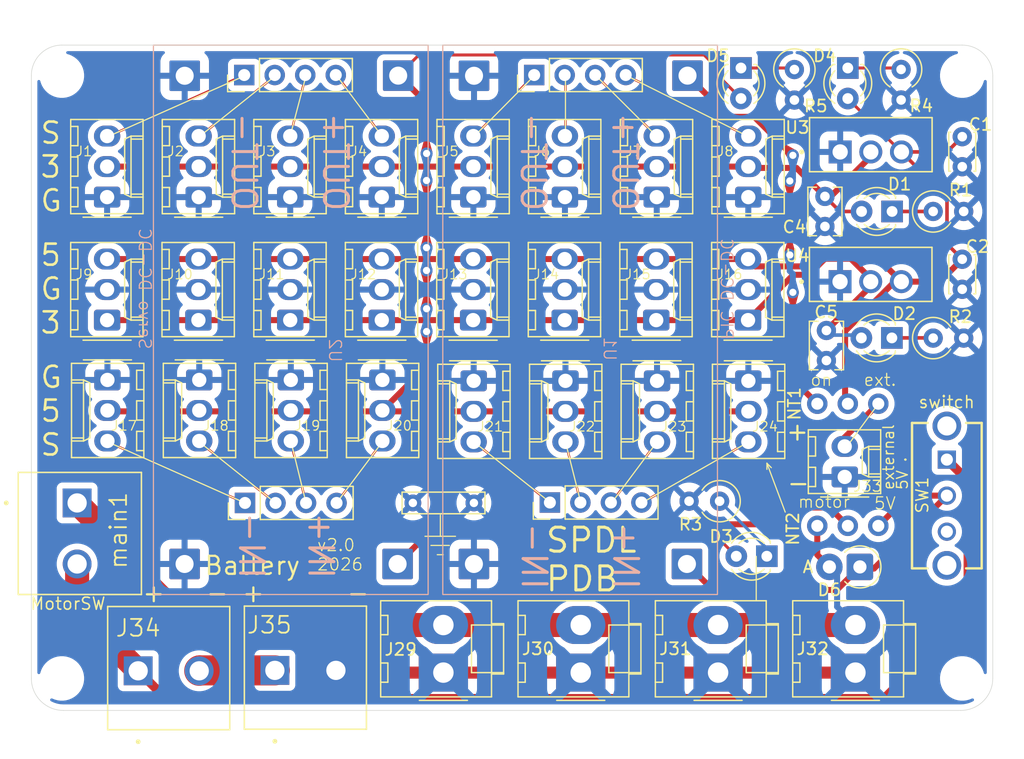
<source format=kicad_pcb>
(kicad_pcb (version 20241229) (generator "pcbnew") (generator_version "9.0")
  (title_block (rev "1.0") (company "SPDL") (comment 1 "v1.0 by Joshua Phelps 2026 joshua18@stanford.edu joshua262144@gmail.com") (comment 2 "Stanford ME218"))
  (layers (0 "F.Cu" signal) (2 "B.Cu" signal) (13 "F.Paste" user) (15 "B.Paste" user) (5 "F.SilkS" user "F.Silkscreen") (7 "B.SilkS" user "B.Silkscreen") (1 "F.Mask" user) (3 "B.Mask" user) (25 "Edge.Cuts" user))
  (net 0 "")
  (net 1 "GND")
  (net 2 "Net-(J1-Pin_3)")
  (net 3 "Net-(D1-K)")
  (net 4 "Net-(D2-K)")
  (net 5 "Net-(J2-Pin_3)")
  (net 6 "Net-(J25-Pin_3)")
  (net 7 "Net-(J25-Pin_4)")
  (net 8 "Net-(J26-Pin_1)")
  (net 9 "Net-(J26-Pin_2)")
  (net 10 "Net-(J26-Pin_3)")
  (net 11 "Net-(J26-Pin_4)")
  (net 12 "Net-(D4-K)")
  (net 13 "5-1")
  (net 14 "+BATT")
  (net 15 "Net-(J34-Pin_2)")
  (net 16 "3.3-1")
  (net 17 "3.3-2")
  (net 18 "5-2")
  (net 19 "14-3")
  (net 20 "Net-(J20-Pin_3)")
  (net 21 "Net-(J21-Pin_3)")
  (net 22 "Net-(J22-Pin_3)")
  (net 23 "Net-(J23-Pin_3)")
  (net 24 "Net-(J24-Pin_3)")
  (net 25 "14-1")
  (net 26 "14-2")
  (net 27 "Net-(NT1-A)")
  (net 28 "Net-(J19-Pin_3)")
  (net 29 "Net-(J18-Pin_3)")
  (net 30 "Net-(J17-Pin_3)")
  (net 31 "Net-(J33-Pin_2)")
  (net 32 "Net-(D5-K)")
  (net 33 "Net-(D3-K)")
  (footprint "218-pdb:Molex_KK-396_A-41791-0002_1x02_P3.96mm_Vertical" (layer "F.Cu") (at 121.92 103.02 90)
    (property "Reference" "J30")
    (property "Value" "14 V molex")
  )
  (footprint "218-pdb:SLW-12689-4A-N-D" (layer "F.Cu") (at 152.388495 85.293578 -90)
    (property "Reference" "SW1")
    (property "Value" "5V switch" (hide yes))
  )
  (footprint "218-pdb:Molex_KK-254_AE-6410-03A_1x03_P2.54mm_Vertical" (layer "F.Cu") (at 105.412269 78.663949 -90)
    (property "Reference" "J20")
    (property "Value" "Conn_01x03")
  )
  (footprint "218-pdb:Molex_KK-254_AE-6410-03A_1x03_P2.54mm_Vertical" (layer "F.Cu") (at 82.532269 78.663949 -90)
    (property "Reference" "J17")
    (property "Value" "Conn_01x03")
  )
  (footprint "218-pdb:Molex_KK-254_AE-6410-03A_1x03_P2.54mm_Vertical" (layer "F.Cu") (at 90.102779 73.68558 90)
    (property "Reference" "J10")
    (property "Value" "Conn_01x03")
  )
  (footprint "218-pdb:Molex_KK-254_AE-6410-03A_1x03_P2.54mm_Vertical" (layer "F.Cu") (at 120.582779 73.68558 90)
    (property "Reference" "J14")
    (property "Value" "Conn_01x03")
  )
  (footprint "218-pdb:Molex_KK-254_AE-6410-03A_1x03_P2.54mm_Vertical" (layer "F.Cu") (at 112.962779 73.68558 90)
    (property "Reference" "J13")
    (property "Value" "Conn_01x03")
  )
  (footprint "218-pdb:LED_D3.0mm" (layer "F.Cu") (at 147.830034 64.642878 180)
    (property "Reference" "D1")
    (property "Value" "LED")
  )
  (footprint "Capacitor_THT:C_Disc_D3.0mm_W2.0mm_P2.50mm" (layer "F.Cu") (at 153.67 58.42 -90)
    (property "Reference" "C1")
    (property "Value" "0.1 uF")
  )
  (footprint "218-pdb:Molex_KK-254_AE-6410-03A_1x03_P2.54mm_Vertical" (layer "F.Cu") (at 82.502779 73.68558 90)
    (property "Reference" "J9")
    (property "Value" "Conn_01x03")
  )
  (footprint "Connector_PinHeader_2.54mm:PinHeader_1x04_P2.54mm_Vertical" (layer "F.Cu") (at 118.045048 53.289529 90)
    (property "Reference" "J26" (hide yes))
    (property "Value" "Conn_01x04_Pin")
  )
  (footprint "218-pdb:MountingHole_3.2mm_M3_ISO7380" (layer "F.Cu") (at 78.74 103.505)
    (property "Reference" "H2" (hide yes))
    (property "Value" "MountingHole")
  )
  (footprint "218-pdb:Molex_KK-254_AE-6410-03A_1x03_P2.54mm_Vertical" (layer "F.Cu") (at 113.01 78.74 -90)
    (property "Reference" "J21")
    (property "Value" "Conn_01x03")
  )
  (footprint "218-pdb:MountingHole_3.2mm_M3_ISO7380" (layer "F.Cu") (at 153.67 103.505)
    (property "Reference" "H3" (hide yes))
    (property "Value" "MountingHole")
  )
  (footprint "218-pdb:Molex_KK-396_A-41791-0002_1x02_P3.96mm_Vertical" (layer "F.Cu") (at 133.35 103.02 90)
    (property "Reference" "J31")
    (property "Value" "14 V molex")
  )
  (footprint "218-pdb:LED_D3.0mm" (layer "F.Cu") (at 144.145 52.705 -90)
    (property "Reference" "D4")
    (property "Value" "LED")
  )
  (footprint "Capacitor_THT:C_Disc_D3.8mm_W2.6mm_P2.50mm" (layer "F.Cu") (at 142.36507 74.548679 -90)
    (property "Reference" "C5")
    (property "Value" "10 uF")
  )
  (footprint "218-pdb:PinHeader_1x03_P2.54mm_Vertical" (layer "F.Cu") (at 141.605 80.645 90)
    (property "Reference" "NT1")
    (property "Value" "~" (hide yes))
  )
  (footprint "218-pdb:Molex_KK-254_AE-6410-03A_1x03_P2.54mm_Vertical" (layer "F.Cu") (at 112.985048 63.449529 90)
    (property "Reference" "J5")
    (property "Value" "Conn_01x03")
  )
  (footprint "Diode_THT:D_DO-41_SOD81_P2.54mm_Vertical_AnodeUp" (layer "F.Cu") (at 145.152113 94.223096 180)
    (property "Reference" "D6")
    (property "Value" "diode, >=1Amp")
  )
  (footprint "Connector_PinHeader_2.54mm:PinHeader_1x04_P2.54mm_Vertical" (layer "F.Cu") (at 119.35267 88.864769 90)
    (property "Reference" "J27" (hide yes))
    (property "Value" "Conn_01x04_Pin")
  )
  (footprint "218-pdb:Molex_KK-396_A-41791-0002_1x02_P3.96mm_Vertical" (layer "F.Cu") (at 144.78 103.02 90)
    (property "Reference" "J32")
    (property "Value" "14 V molex")
  )
  (footprint "218-pdb:MountingHole_3.2mm_M3_ISO7380" (layer "F.Cu") (at 78.74 53.34)
    (property "Reference" "H1" (hide yes))
    (property "Value" "MountingHole")
  )
  (footprint "Resistor_THT:R_Axial_DIN0309_L9.0mm_D3.2mm_P2.54mm_Vertical" (layer "F.Cu") (at 133.476519 88.754943 180)
    (property "Reference" "R3")
    (property "Value" "2.5k")
  )
  (footprint "Connector_PinHeader_2.54mm:PinHeader_1x04_P2.54mm_Vertical" (layer "F.Cu") (at 93.98 88.9 90)
    (property "Reference" "J28" (hide yes))
    (property "Value" "Conn_01x04_Pin")
  )
  (footprint "218-pdb:PinHeader_1x03_P2.54mm_Vertical" (layer "F.Cu") (at 141.605 90.805 90)
    (property "Reference" "NT2")
    (property "Value" "~" (hide yes))
  )
  (footprint "218-pdb:CUI_TB007-508-02BE" (layer "F.Cu") (at 80.01 88.9 -90)
    (property "Reference" "main1")
    (property "Value" "MotorSW")
  )
  (footprint "Capacitor_THT:C_Disc_D3.0mm_W2.0mm_P2.50mm" (layer "F.Cu") (at 153.67 68.62 -90)
    (property "Reference" "C2")
    (property "Value" "0.1 uF")
  )
  (footprint "218-pdb:TO255P1020X450X1968-3" (layer "F.Cu") (at 146.06 59.085)
    (property "Reference" "U3")
    (property "Value" "LD1117V33")
  )
  (footprint "218-pdb:TO255P1020X450X1968-3" (layer "F.Cu") (at 146.05 69.88)
    (property "Reference" "U4")
    (property "Value" "LD1117V33")
  )
  (footprint "218-pdb:Molex_KK-254_AE-6410-03A_1x03_P2.54mm_Vertical" (layer "F.Cu") (at 97.745048 63.449529 90)
    (property "Reference" "J3")
    (property "Value" "Conn_01x03")
  )
  (footprint "218-pdb:Molex_KK-254_AE-6410-02A_1x02_P2.54mm_Vertical" (layer "F.Cu") (at 143.889996 86.735378 90)
    (property "Reference" "J33" (hide yes))
    (property "Value" "external 5V" (hide yes))
  )
  (footprint "218-pdb:Molex_KK-254_AE-6410-03A_1x03_P2.54mm_Vertical" (layer "F.Cu") (at 90.172269 78.663949 -90)
    (property "Reference" "J18")
    (property "Value" "Conn_01x03")
  )
  (footprint "218-pdb:Molex_KK-254_AE-6410-03A_1x03_P2.54mm_Vertical" (layer "F.Cu") (at 128.202779 73.68558 90)
    (property "Reference" "J15")
    (property "Value" "Conn_01x03")
  )
  (footprint "218-pdb:Molex_KK-254_AE-6410-03A_1x03_P2.54mm_Vertical" (layer "F.Cu") (at 90.125048 63.449529 90)
    (property "Reference" "J2")
    (property "Value" "Conn_01x03")
  )
  (footprint "Resistor_THT:R_Axial_DIN0309_L9.0mm_D3.2mm_P2.54mm_Vertical" (layer "F.Cu") (at 139.7 52.832 -90)
    (property "Reference" "R5")
    (property "Value" "1k")
  )
  (footprint "218-pdb:Molex_KK-254_AE-6410-03A_1x03_P2.54mm_Vertical" (layer "F.Cu") (at 135.842779 73.68558 90)
    (property "Reference" "J16")
    (property "Value" "Conn_01x03")
  )
  (footprint "218-pdb:Molex_KK-254_AE-6410-03A_1x03_P2.54mm_Vertical" (layer "F.Cu") (at 128.27 78.74 -90)
    (property "Reference" "J23")
    (property "Value" "Conn_01x03")
  )
  (footprint "218-pdb:LED_D3.0mm" (layer "F.Cu") (at 137.405292 93.334301 180)
    (property "Reference" "D3")
    (property "Value" "LED")
  )
  (footprint "Capacitor_THT:C_Disc_D3.8mm_W2.6mm_P2.50mm" (layer "F.Cu") (at 142.242105 63.3924 -90)
    (property "Reference" "C4")
    (property "Value" "10 uF")
  )
  (footprint "218-pdb:MountingHole_3.2mm_M3_ISO7380" (layer "F.Cu") (at 153.67 53.34)
    (property "Reference" "H4" (hide yes))
    (property "Value" "MountingHole")
  )
  (footprint "218-pdb:Molex_KK-254_AE-6410-03A_1x03_P2.54mm_Vertical" (layer "F.Cu") (at 120.605048 63.449529 90)
    (property "Reference" "J6")
    (property "Value" "Conn_01x03")
  )
  (footprint "218-pdb:Molex_KK-254_AE-6410-03A_1x03_P2.54mm_Vertical" (layer "F.Cu") (at 120.65 78.74 -90)
    (property "Reference" "J22")
    (property "Value" "Conn_01x03")
  )
  (footprint "218-pdb:Molex_KK-254_AE-6410-03A_1x03_P2.54mm_Vertical" (layer "F.Cu") (at 97.792269 78.663949 -90)
    (property "Reference" "J19")
    (property "Value" "Conn_01x03")
  )
  (footprint "218-pdb:Molex_KK-254_AE-6410-03A_1x03_P2.54mm_Vertical" (layer "F.Cu") (at 135.865048 63.449529 90)
    (property "Reference" "J8")
    (property "Value" "Conn_01x03")
  )
  (footprint "218-pdb:Molex_KK-254_AE-6410-03A_1x03_P2.54mm_Vertical" (layer "F.Cu") (at 128.245048 63.449529 90)
    (property "Reference" "J7")
    (property "Value" "Conn_01x03")
  )
  (footprint "Connector_PinHeader_2.54mm:PinHeader_1x04_P2.54mm_Vertical" (layer "F.Cu") (at 93.915048 53.289529 90)
    (property "Reference" "J25" (hide yes))
    (property "Value" "Conn_01x04_Pin")
  )
  (footprint "218-pdb:Molex_KK-254_AE-6410-03A_1x03_P2.54mm_Vertical" (layer "F.Cu") (at 82.505048 63.449529 90)
    (property "Reference" "J1")
    (property "Value" "Conn_01x03")
  )
  (footprint "218-pdb:jumper" (layer "F.Cu") (at 144.145 80.645 -90)
    (property "Reference" "FID1" (hide yes))
    (property "Value" "jumper")
  )
  (footprint "218-pdb:LED_D3.0mm" (layer "F.Cu") (at 135.254601 52.704607 -90)
    (property "Reference" "D5")
    (property "Value" "LED")
  )
  (footprint "Resistor_THT:R_Axial_DIN0309_L9.0mm_D3.2mm_P2.54mm_Vertical" (layer "F.Cu") (at 151.249472 64.642878)
    (property "Reference" "R1")
    (property "Value" "680")
  )
  (footprint "218-pdb:CUI_TB007-508-02BE" (layer "F.Cu") (at 96.466523 102.834117)
    (property "Reference" "J35")
    (property "Value" "battery")
  )
  (footprint "218-pdb:Molex_KK-254_AE-6410-03A_1x03_P2.54mm_Vertical" (layer "F.Cu") (at 135.87 78.74 -90)
    (property "Reference" "J24")
    (property "Value" "Conn_01x03")
  )
  (footprint "Resistor_THT:R_Axial_DIN0309_L9.0mm_D3.2mm_P2.54mm_Vertical" (layer "F.Cu") (at 148.581259 52.824993 -90)
    (property "Reference" "R4")
    (property "Value" "1k")
  )
  (footprint "218-pdb:jumper" (layer "F.Cu") (at 144.144516 90.797211 -90)
    (property "Reference" "FID2" (hide yes))
    (property "Value" "jumper")
  )
  (footprint "TestPoint:TestPoint_Bridge_Pitch5.08mm_Drill0.7mm" (layer "F.Cu") (at 107.95 88.9)
    (property "Reference" "TP1" (hide yes))
    (property "Value" "ground")
  )
  (footprint "218-pdb:LED_D3.0mm" (layer "F.Cu") (at 147.81254 75.165933 180)
    (property "Reference" "D2")
    (property "Value" "LED")
  )
  (footprint "218-pdb:Molex_KK-254_AE-6410-03A_1x03_P2.54mm_Vertical" (layer "F.Cu") (at 105.365048 63.449529 90)
    (property "Reference" "J4")
    (property "Value" "Conn_01x03")
  )
  (footprint "218-pdb:Molex_KK-254_AE-6410-03A_1x03_P2.54mm_Vertical" (layer "F.Cu") (at 97.742779 73.68558 90)
    (property "Reference" "J11")
    (property "Value" "Conn_01x03")
  )
  (footprint "218-pdb:Molex_KK-254_AE-6410-03A_1x03_P2.54mm_Vertical" (layer "F.Cu") (at 105.362779 73.68558 90)
    (property "Reference" "J12")
    (property "Value" "Conn_01x03")
  )
  (footprint "218-pdb:Molex_KK-396_A-41791-0002_1x02_P3.96mm_Vertical" (layer "F.Cu") (at 110.49 103.02 90)
    (property "Reference" "J29")
    (property "Value" "14 V molex")
  )
  (footprint "Resistor_THT:R_Axial_DIN0309_L9.0mm_D3.2mm_P2.54mm_Vertical" (layer "F.Cu") (at 151.250738 75.18209)
    (property "Reference" "R2")
    (property "Value" "680")
  )
  (footprint "218-pdb:CUI_TB007-508-02BE" (layer "F.Cu") (at 85.09 102.87)
    (property "Reference" "J34")
    (property "Value" "battery")
  )
  (footprint "218-pdb:PinHeader_1x01_P2.54mm_Vertical" (layer "B.Cu") (at 88.9 53.34 90)
    (property "Reference" "FID7" (hide yes))
    (property "Value" "one pin header" (hide yes))
  )
  (footprint "218-pdb:PinHeader_1x01_P2.54mm_Vertical" (layer "B.Cu") (at 130.81 93.98 90)
    (property "Reference" "FID6" (hide yes))
    (property "Value" "one pin header" (hide yes))
  )
  (footprint "218-pdb:HW-411" (layer "B.Cu") (at 106.68 93.98 90)
    (property "Reference" "U2")
    (property "Value" "DC-DC buck" (hide yes))
  )
  (footprint "218-pdb:PinHeader_1x01_P2.54mm_Vertical" (layer "B.Cu") (at 106.68 93.98 90)
    (property "Reference" "FID10" (hide yes))
    (property "Value" "one pin header" (hide yes))
  )
  (footprint "218-pdb:PinHeader_1x01_P2.54mm_Vertical" (layer "B.Cu") (at 130.81 53.34 90)
    (property "Reference" "FID4" (hide yes))
    (property "Value" "one pin header" (hide yes))
  )
  (footprint "218-pdb:PinHeader_1x01_P2.54mm_Vertical" (layer "B.Cu") (at 113.03 93.98 90)
    (property "Reference" "FID5" (hide yes))
    (property "Value" "one pin header" (hide yes))
  )
  (footprint "218-pdb:PinHeader_1x01_P2.54mm_Vertical" (layer "B.Cu") (at 113.03 53.34 90)
    (property "Reference" "FID3" (hide yes))
    (property "Value" "one pin header" (hide yes))
  )
  (footprint "218-pdb:PinHeader_1x01_P2.54mm_Vertical" (layer "B.Cu") (at 88.9 93.98 90)
    (property "Reference" "FID9" (hide yes))
    (property "Value" "one pin header" (hide yes))
  )
  (footprint "218-pdb:HW-411" (layer "B.Cu") (at 130.758473 93.98 90)
    (property "Reference" "U1")
    (property "Value" "DC-DC buck" (hide yes))
  )
  (footprint "218-pdb:PinHeader_1x01_P2.54mm_Vertical" (layer "B.Cu") (at 106.68 53.34 90)
    (property "Reference" "FID8" (hide yes))
    (property "Value" "one pin header" (hide yes))
  )
  (gr_line (start 105.41 83.82) (end 101.6 88.9) (stroke (width 0.2)) (layer "F.Cu") (net 20))
  (gr_line (start 93.98 88.9) (end 82.55 83.82) (stroke (width 0.2)) (layer "F.Cu") (net 30))
  (gr_line (start 101.6 53.289529) (end 105.41 58.42) (stroke (width 0.2)) (layer "F.Cu") (net 7))
  (gr_line (start 120.65 53.289529) (end 120.65 58.42) (stroke (width 0.2)) (layer "F.Cu") (net 9))
  (gr_line (start 113.03 58.42) (end 118.045048 53.289529) (stroke (width 0.2)) (layer "F.Cu") (net 8))
  (gr_line (start 99.06 53.289529) (end 97.725048 58.42) (stroke (width 0.2)) (layer "F.Cu") (net 6))
  (gr_line (start 125.73 53.34) (end 135.89 58.42) (stroke (width 0.2)) (layer "F.Cu") (net 11))
  (gr_line (start 121.92 88.9) (end 120.65 83.82) (stroke (width 0.2)) (layer "F.Cu") (net 22))
  (gr_line (start 93.915048 53.289529) (end 82.55 58.42) (stroke (width 0.2)) (layer "F.Cu") (net 2))
  (gr_line (start 127 88.9) (end 135.89 83.82) (stroke (width 0.2)) (layer "F.Cu") (net 24))
  (gr_line (start 128.27 83.82) (end 124.46 88.9) (stroke (width 0.2)) (layer "F.Cu") (net 23))
  (gr_line (start 99.06 88.9) (end 97.79 83.82) (stroke (width 0.2)) (layer "F.Cu") (net 28))
  (gr_line (start 96.52 53.34) (end 90.17 58.42) (stroke (width 0.2)) (layer "F.Cu") (net 5))
  (gr_line (start 96.52 88.9) (end 90.17 83.82) (stroke (width 0.2)) (layer "F.Cu") (net 29))
  (gr_line (start 128.27 58.42) (end 123.19 53.34) (stroke (width 0.2)) (layer "F.Cu") (net 10))
  (gr_line (start 113.03 83.82) (end 119.35267 88.864769) (stroke (width 0.2)) (layer "F.Cu") (net 21))
  (gr_line (start 108.958054 91.676769) (end 111.498054 91.676769) (stroke (width 0.1)) (layer "F.SilkS"))
  (gr_line (start 110.238329 89.9057) (end 110.238329 91.6837) (stroke (width 0.1)) (layer "F.SilkS"))
  (gr_line (start 93.98 88.9) (end 82.55 83.82) (stroke (width 0.1)) (layer "F.SilkS"))
  (gr_line (start 136.525 93.345) (end 136.525 97.028) (stroke (width 0.1)) (layer "F.SilkS"))
  (gr_line (start 138.938 89.662) (end 137.414 85.598) (stroke (width 0.1)) (layer "F.SilkS"))
  (gr_line (start 123.180048 53.34) (end 128.27 58.42) (stroke (width 0.1)) (layer "F.SilkS"))
  (gr_line (start 137.780754 85.964754) (end 137.414 85.598) (stroke (width 0.1)) (layer "F.SilkS"))
  (gr_line (start 90.17 83.82) (end 96.52 88.9) (stroke (width 0.1)) (layer "F.SilkS"))
  (gr_line (start 105.41 83.82) (end 101.6 88.9) (stroke (width 0.1)) (layer "F.SilkS"))
  (gr_line (start 124.48767 88.9) (end 128.27 83.82) (stroke (width 0.1)) (layer "F.SilkS"))
  (gr_line (start 99.06 53.34) (end 97.725048 58.42) (stroke (width 0.1)) (layer "F.SilkS"))
  (gr_line (start 119.38 88.864769) (end 113.03 83.82) (stroke (width 0.1)) (layer "F.SilkS"))
  (gr_line (start 121.92 88.864769) (end 120.65 83.82) (stroke (width 0.1)) (layer "F.SilkS"))
  (gr_line (start 143.891 84.455) (end 146.685 80.645) (stroke (width 0.1)) (layer "F.SilkS"))
  (gr_line (start 135.89 83.82) (end 127 88.9) (stroke (width 0.1)) (layer "F.SilkS"))
  (gr_line (start 96.52 53.34) (end 90.17 58.42) (stroke (width 0.1)) (layer "F.SilkS"))
  (gr_line (start 93.98 53.34) (end 82.55 58.42) (stroke (width 0.1)) (layer "F.SilkS"))
  (gr_line (start 125.73 53.34) (end 135.89 58.42) (stroke (width 0.1)) (layer "F.SilkS"))
  (gr_line (start 99.06 88.9) (end 97.812269 83.82) (stroke (width 0.1)) (layer "F.SilkS"))
  (gr_line (start 109.979329 93.2077) (end 110.477329 93.2077) (stroke (width 0.1)) (layer "F.SilkS"))
  (gr_line (start 101.6 53.34) (end 105.41 58.42) (stroke (width 0.1)) (layer "F.SilkS"))
  (gr_line (start 109.456201 92.436443) (end 110.980201 92.436443) (stroke (width 0.1)) (layer "F.SilkS"))
  (gr_line (start 118.11 53.289529) (end 113.03 58.42) (stroke (width 0.1)) (layer "F.SilkS"))
  (gr_line (start 137.414 85.598) (end 137.414 86.106) (stroke (width 0.1)) (layer "F.SilkS"))
  (gr_line (start 120.65 53.34) (end 120.65 58.42) (stroke (width 0.1)) (layer "F.SilkS"))
  (gr_arc (start 156.21 103.499579) (mid 155.428854 105.385433) (end 153.543 106.166579) (stroke (width 0.05)) (layer "Edge.Cuts"))
  (gr_arc (start 78.867 106.166579) (mid 76.981146 105.385433) (end 76.2 103.499579) (stroke (width 0.05)) (layer "Edge.Cuts"))
  (gr_line (start 156.21 53.34) (end 156.21 103.505) (stroke (width 0.05)) (layer "Edge.Cuts"))
  (gr_line (start 76.2 103.499579) (end 76.2 53.334579) (stroke (width 0.05)) (layer "Edge.Cuts"))
  (gr_arc (start 153.67 50.8) (mid 155.466051 51.543949) (end 156.21 53.34) (stroke (width 0.05)) (layer "Edge.Cuts"))
  (gr_line (start 153.543 106.166579) (end 78.867 106.166579) (stroke (width 0.05)) (layer "Edge.Cuts"))
  (gr_arc (start 76.2 53.34) (mid 76.943949 51.543949) (end 78.74 50.8) (stroke (width 0.05)) (layer "Edge.Cuts"))
  (gr_line (start 78.74 50.8) (end 153.67 50.8) (stroke (width 0.05)) (layer "Edge.Cuts"))
  (gr_text "ext." (at 145.408287 79.243112 0) (layer "F.SilkS") (effects (font (size 1 1) (thickness 0.1)) (justify left bottom)))
  (gr_text "motor" (at 139.936904 89.390093 0) (layer "F.SilkS") (effects (font (size 1 1) (thickness 0.1)) (justify left bottom)))
  (gr_text "SPDL\nPDB" (at 118.872 96.393 0) (layer "F.SilkS") (effects (font (size 2 2) (thickness 0.25)) (justify left bottom)))
  (gr_text "on" (at 140.97 79.248 0) (layer "F.SilkS") (effects (font (size 1 1) (thickness 0.1)) (justify left bottom)))
  (gr_text "switch" (at 152.373296 80.504479 0) (layer "F.SilkS") (effects (font (size 1 1) (thickness 0.125))))
  (gr_text "+" (at 138.9 83.82 0) (layer "F.SilkS") (effects (font (size 1.5 1.5) (thickness 0.1875)) (justify left bottom)))
  (gr_text "S\n3\nG" (at 76.835 64.77 0) (layer "F.SilkS") (effects (font (size 1.75 1.75) (thickness 0.21875)) (justify left bottom)))
  (gr_text "-" (at 138.980647 88.100738 0) (layer "F.SilkS") (effects (font (size 1.5 1.5) (thickness 0.1875)) (justify left bottom)))
  (gr_text "5\nG\n3" (at 76.835 74.93 0) (layer "F.SilkS") (effects (font (size 1.75 1.75) (thickness 0.21875)) (justify left bottom)))
  (gr_text "+   - +      -" (at 85.337466 97.267084 0) (layer "F.SilkS") (effects (font (size 1.5 1.5) (thickness 0.1875)) (justify left bottom)))
  (gr_text "v2.0\n2026" (at 99.922898 94.60369 0) (layer "F.SilkS") (effects (font (size 1 1) (thickness 0.1)) (justify left bottom)))
  (gr_text "5V" (at 146.27026 89.517123 0) (layer "F.SilkS") (effects (font (size 1 1) (thickness 0.1)) (justify left bottom)))
  (gr_text "G\n5\nS" (at 76.835 85.09 0) (layer "F.SilkS") (effects (font (size 1.75 1.75) (thickness 0.21875)) (justify left bottom)))
  (gr_text "  Battery\n    " (at 93.451157 97.408111 0) (layer "F.SilkS") (effects (font (size 1.5 1.5) (thickness 0.1875)) (justify bottom)))
  (gr_text "PIC DC-DC" (at 133.476999 71.103956 270) (layer "B.SilkS") (effects (font (size 1 1) (thickness 0.1)) (justify bottom mirror)))
  (gr_text "Servo DC-DC" (at 85.058624 76.188047 270) (layer "B.SilkS") (effects (font (size 1 1) (thickness 0.1)) (justify left bottom mirror)))
  (segment (start 144.78 103.02) (end 101.732406 103.02) (width 1) (layer "F.Cu") (net 1))
  (segment (start 101.732406 103.02) (end 101.546523 102.834117) (width 1) (layer "F.Cu") (net 1))
  (segment (start 147.830034 64.642878) (end 151.249472 64.642878) (width 0.3) (layer "F.Cu") (net 3))
  (segment (start 147.81254 75.165933) (end 151.234581 75.165933) (width 0.3) (layer "F.Cu") (net 4))
  (segment (start 151.234581 75.165933) (end 151.250738 75.18209) (width 0.3) (layer "F.Cu") (net 4))
  (segment (start 144.145 52.705) (end 148.455876 52.705) (width 0.25) (layer "F.Cu") (net 12))
  (segment (start 148.455876 52.705) (end 148.581259 52.830383) (width 0.25) (layer "F.Cu") (net 12))
  (segment (start 152.400472 63.480472) (end 152.400472 67.350472) (width 0.3) (layer "F.Cu") (net 13))
  (segment (start 148.61 59.69) (end 152.4 59.69) (width 0.3) (layer "F.Cu") (net 13))
  (segment (start 148.59 59.69) (end 148.61 59.69) (width 0.25) (layer "F.Cu") (net 13))
  (segment (start 145.994 67.879) (end 141.949636 67.879) (width 0.5) (layer "F.Cu") (net 13))
  (segment (start 82.502779 68.60558) (end 135.842779 68.60558) (width 0.5) (layer "F.Cu") (net 13))
  (segment (start 143.92154 74.601845) (end 148.038385 70.485) (width 0.5) (layer "F.Cu") (net 13))
  (segment (start 144.145 55.245) (end 148.59 59.69) (width 0.25) (layer "F.Cu") (net 13))
  (segment (start 151.805 70.485) (end 153.67 68.62) (width 0.5) (layer "F.Cu") (net 13))
  (segment (start 148.61 59.69) (end 152.400472 63.480472) (width 0.3) (layer "F.Cu") (net 13))
  (segment (start 148.038385 70.485) (end 148.6 70.485) (width 0.5) (layer "F.Cu") (net 13))
  (segment (start 140.614636 69.214) (end 136.451199 69.214) (width 0.5) (layer "F.Cu") (net 13))
  (segment (start 152.4 59.69) (end 153.67 58.42) (width 0.3) (layer "F.Cu") (net 13))
  (segment (start 141.949636 67.879) (end 140.614636 69.214) (width 0.5) (layer "F.Cu") (net 13))
  (segment (start 143.92154 80.42154) (end 143.92154 74.601845) (width 0.5) (layer "F.Cu") (net 13))
  (segment (start 144.145 80.645) (end 143.92154 80.42154) (width 0.5) (layer "F.Cu") (net 13))
  (segment (start 148.6 70.485) (end 151.805 70.485) (width 0.5) (layer "F.Cu") (net 13))
  (segment (start 148.6 70.485) (end 145.994 67.879) (width 0.5) (layer "F.Cu") (net 13))
  (segment (start 152.400472 67.350472) (end 153.67 68.62) (width 0.3) (layer "F.Cu") (net 13))
  (segment (start 136.451199 69.214) (end 135.842779 68.60558) (width 0.5) (layer "F.Cu") (net 13))
  (segment (start 154.156995 87.062078) (end 154.156995 98.192005) (width 0.75) (layer "F.Cu") (net 14))
  (segment (start 152.388495 85.293578) (end 154.156995 87.062078) (width 0.75) (layer "F.Cu") (net 14))
  (segment (start 147.173 105.176) (end 87.396 105.176) (width 0.75) (layer "F.Cu") (net 14))
  (segment (start 80.01 97.79) (end 85.09 102.87) (width 2) (layer "F.Cu") (net 14))
  (segment (start 154.156995 98.192005) (end 147.173 105.176) (width 0.75) (layer "F.Cu") (net 14))
  (segment (start 80.01 93.98) (end 80.01 97.79) (width 2) (layer "F.Cu") (net 14))
  (segment (start 87.396 105.176) (end 85.09 102.87) (width 0.75) (layer "F.Cu") (net 14))
  (segment (start 90.205883 102.834117) (end 90.17 102.87) (width 2.5) (layer "F.Cu") (net 15))
  (segment (start 96.466523 102.834117) (end 90.205883 102.834117) (width 2.5) (layer "F.Cu") (net 15))
  (segment (start 135.976519 61.021) (end 135.865048 60.909529) (width 0.5) (layer "F.Cu") (net 16))
  (segment (start 145.290034 64.642878) (end 143.492583 64.642878) (width 0.3) (layer "F.Cu") (net 16))
  (segment (start 143.492583 64.642878) (end 142.242105 63.3924) (width 0.3) (layer "F.Cu") (net 16))
  (segment (start 139.870705 61.021) (end 135.976519 61.021) (width 0.5) (layer "F.Cu") (net 16))
  (segment (start 142.7286 63.3924) (end 142.242105 63.3924) (width 0.5) (layer "F.Cu") (net 16))
  (segment (start 82.505048 60.909529) (end 135.865048 60.909529) (width 0.5) (layer "F.Cu") (net 16))
  (segment (start 146.06 60.061) (end 142.7286 63.3924) (width 0.5) (layer "F.Cu") (net 16))
  (segment (start 146.06 59.69) (end 146.06 60.061) (width 0.5) (layer "F.Cu") (net 16))
  (segment (start 142.242105 63.3924) (end 139.870705 61.021) (width 0.5) (layer "F.Cu") (net 16))
  (segment (start 135.842779 73.68558) (end 82.502779 73.68558) (width 0.5) (layer "F.Cu") (net 17))
  (segment (start 146.05 70.863749) (end 146.05 70.485) (width 0.5) (layer "F.Cu") (net 17))
  (segment (start 140.905 69.915) (end 139.613359 69.915) (width 0.5) (layer "F.Cu") (net 17))
  (segment (start 146.05 70.485) (end 146.05 70.231) (width 0.5) (layer "F.Cu") (net 17))
  (segment (start 144.399 68.58) (end 142.24 68.58) (width 0.5) (layer "F.Cu") (net 17))
  (segment (start 142.24 68.58) (end 140.905 69.915) (width 0.5) (layer "F.Cu") (net 17))
  (segment (start 139.613359 69.915) (end 135.842779 73.68558) (width 0.5) (layer "F.Cu") (net 17))
  (segment (start 142.36507 74.548679) (end 146.05 70.863749) (width 0.5) (layer "F.Cu") (net 17))
  (segment (start 146.05 70.231) (end 144.399 68.58) (width 0.5) (layer "F.Cu") (net 17))
  (segment (start 145.27254 75.165933) (end 145.036607 74.93) (width 0.3) (layer "B.Cu") (net 17))
  (segment (start 142.746391 74.93) (end 142.36507 74.548679) (width 0.3) (layer "B.Cu") (net 17))
  (segment (start 145.036607 74.93) (end 142.746391 74.93) (width 0.3) (layer "B.Cu") (net 17))
  (segment (start 106.807001 53.340001) (end 109.093 55.626) (width 0.5) (layer "F.Cu") (net 18))
  (segment (start 135.87 81.28) (end 82.60832 81.28) (width 0.5) (layer "F.Cu") (net 18))
  (segment (start 133.223 52.64927) (end 133.223 53.213006) (width 0.25) (layer "F.Cu") (net 18))
  (segment (start 82.60832 81.28) (end 82.532269 81.203949) (width 0.5) (layer "F.Cu") (net 18))
  (segment (start 106.728324 53.340001) (end 106.807001 53.340001) (width 0.5) (layer "F.Cu") (net 18))
  (segment (start 109.090835 74.63558) (end 109.090835 77.525383) (width 0.5) (layer "F.Cu") (net 18))
  (segment (start 109.086607 72.493467) (end 109.090835 72.497695) (width 0.5) (layer "F.Cu") (net 18))
  (segment (start 106.728324 53.340001) (end 108.449324 51.619001) (width 0.25) (layer "F.Cu") (net 18))
  (segment (start 109.093 55.626) (end 109.093 59.817) (width 0.5) (layer "F.Cu") (net 18))
  (segment (start 132.192731 51.619001) (end 133.223 52.64927) (width 0.25) (layer "F.Cu") (net 18))
  (segment (start 109.086607 62.065553) (end 109.086607 67.65558) (width 0.5) (layer "F.Cu") (net 18))
  (segment (start 133.223 53.213006) (end 135.254601 55.244607) (width 0.25) (layer "F.Cu") (net 18))
  (segment (start 109.090835 72.497695) (end 109.090835 72.73558) (width 0.5) (layer "F.Cu") (net 18))
  (segment (start 109.086607 69.55558) (end 109.086607 72.493467) (width 0.5) (layer "F.Cu") (net 18))
  (segment (start 109.090835 77.525383) (end 105.412269 81.203949) (width 0.5) (layer "F.Cu") (net 18))
  (segment (start 108.449324 51.619001) (end 132.192731 51.619001) (width 0.25) (layer "F.Cu") (net 18))
  (via (at 109.093 59.817) (size 1) (drill 0.6) (layers "F.Cu" "B.Cu") (net 18))
  (via (at 109.086607 67.65558) (size 1) (drill 0.6) (layers "F.Cu" "B.Cu") (net 18))
  (via (at 109.090835 74.63558) (size 1) (drill 0.6) (layers "F.Cu" "B.Cu") (net 18))
  (via (at 109.086607 69.55558) (size 1) (drill 0.6) (layers "F.Cu" "B.Cu") (net 18))
  (via (at 109.086607 62.065553) (size 1) (drill 0.6) (layers "F.Cu" "B.Cu") (net 18))
  (via (at 109.090835 72.73558) (size 1) (drill 0.6) (layers "F.Cu" "B.Cu") (net 18))
  (segment (start 109.093 62.05916) (end 109.086607 62.065553) (width 0.5) (layer "B.Cu") (net 18))
  (segment (start 109.090835 72.73558) (end 109.090835 74.63558) (width 0.5) (layer "B.Cu") (net 18))
  (segment (start 109.086607 67.65558) (end 109.086607 69.55558) (width 0.5) (layer "B.Cu") (net 18))
  (segment (start 109.093 59.817) (end 109.093 62.05916) (width 0.5) (layer "B.Cu") (net 18))
  (segment (start 142.612113 94.223096) (end 141.605 93.215983) (width 0.5) (layer "F.Cu") (net 19))
  (segment (start 110.49 99.06) (end 89.281 99.06) (width 2) (layer "F.Cu") (net 19))
  (segment (start 128.397 99.06) (end 133.35 99.06) (width 0.25) (layer "F.Cu") (net 19))
  (segment (start 89.281 99.06) (end 85.217 94.996) (width 2) (layer "F.Cu") (net 19))
  (segment (start 141.605 93.215983) (end 141.605 90.805) (width 0.5) (layer "F.Cu") (net 19))
  (segment (start 133.351991 91.821) (end 129.159 91.821) (width 0.25) (layer "F.Cu") (net 19))
  (segment (start 128.397 92.583) (end 128.397 99.06) (width 0.25) (layer "F.Cu") (net 19))
  (segment (start 110.49 99.06) (end 144.78 99.06) (width 2) (layer "F.Cu") (net 19))
  (segment (start 129.159 91.821) (end 128.397 92.583) (width 0.25) (layer "F.Cu") (net 19))
  (segment (start 134.865292 93.334301) (end 133.351991 91.821) (width 0.25) (layer "F.Cu") (net 19))
  (segment (start 85.217 94.107) (end 80.01 88.9) (width 2) (layer "F.Cu") (net 19))
  (segment (start 85.217 94.996) (end 85.217 94.107) (width 2) (layer "F.Cu") (net 19))
  (segment (start 143.256 94.866983) (end 143.256 97.536) (width 0.5) (layer "B.Cu") (net 19))
  (segment (start 142.612113 94.223096) (end 143.256 94.866983) (width 0.5) (layer "B.Cu") (net 19))
  (segment (start 143.256 97.536) (end 144.78 99.06) (width 0.5) (layer "B.Cu") (net 19))
  (segment (start 145.152113 94.223096) (end 143.236209 96.139) (width 0.5) (layer "F.Cu") (net 25))
  (segment (start 145.290017 94.361) (end 145.152113 94.223096) (width 0.5) (layer "F.Cu") (net 25))
  (segment (start 143.236209 96.139) (end 132.917473 96.139) (width 0.5) (layer "F.Cu") (net 25))
  (segment (start 152.388495 88.293578) (end 149.196422 88.293578) (width 0.5) (layer "F.Cu") (net 25))
  (segment (start 132.917473 96.139) (end 130.758473 93.98) (width 0.5) (layer "F.Cu") (net 25))
  (segment (start 146.321073 94.361) (end 145.290017 94.361) (width 0.5) (layer "F.Cu") (net 25))
  (segment (start 152.388495 88.293578) (end 146.321073 94.361) (width 0.5) (layer "F.Cu") (net 25))
  (segment (start 149.196422 88.293578) (end 146.685 90.805) (width 0.5) (layer "F.Cu") (net 25))
  (segment (start 109.982 90.678) (end 137.287 90.678) (width 0.5) (layer "F.Cu") (net 26))
  (segment (start 137.287 90.678) (end 138.684 89.281) (width 0.5) (layer "F.Cu") (net 26))
  (segment (start 142.621 89.281) (end 144.145 90.805) (width 0.5) (layer "F.Cu") (net 26))
  (segment (start 138.684 89.281) (end 142.621 89.281) (width 0.5) (layer "F.Cu") (net 26))
  (segment (start 106.68 93.98) (end 109.982 90.678) (width 0.5) (layer "F.Cu") (net 26))
  (segment (start 139.319 62.103) (end 139.319 68.264) (width 0.5) (layer "F.Cu") (net 27))
  (segment (start 139.573 59.971) (end 139.559695 59.971) (width 0.5) (layer "F.Cu") (net 27))
  (segment (start 139.570955 78.610955) (end 141.605 80.645) (width 0.5) (layer "F.Cu") (net 27))
  (segment (start 136.357695 56.769) (end 134.235796 56.769) (width 0.5) (layer "F.Cu") (net 27))
  (segment (start 139.559695 59.971) (end 136.357695 56.769) (width 0.5) (layer "F.Cu") (net 27))
  (segment (start 134.235796 56.769) (end 130.806797 53.340001) (width 0.5) (layer "F.Cu") (net 27))
  (segment (start 139.570955 71.374) (end 139.570955 78.610955) (width 0.5) (layer "F.Cu") (net 27))
  (via (at 139.319 62.103) (size 1) (drill 0.6) (layers "F.Cu" "B.Cu") (net 27))
  (via (at 139.570955 71.374) (size 1) (drill 0.6) (layers "F.Cu" "B.Cu") (net 27))
  (via (at 139.319 68.264) (size 1) (drill 0.6) (layers "F.Cu" "B.Cu") (net 27))
  (via (at 139.573 59.971) (size 1) (drill 0.6) (layers "F.Cu" "B.Cu") (net 27))
  (segment (start 139.319 68.264) (end 139.319 69.596) (width 0.5) (layer "B.Cu") (net 27))
  (segment (start 139.319 62.103) (end 139.573 61.849) (width 0.5) (layer "B.Cu") (net 27))
  (segment (start 139.573 61.849) (end 139.573 59.971) (width 0.5) (layer "B.Cu") (net 27))
  (segment (start 139.570955 69.847955) (end 139.570955 71.374) (width 0.5) (layer "B.Cu") (net 27))
  (segment (start 139.319 69.596) (end 139.570955 69.847955) (width 0.5) (layer "B.Cu") (net 27))
  (segment (start 143.889996 83.440004) (end 146.685 80.645) (width 0.5) (layer "F.Cu") (net 31))
  (segment (start 143.889996 84.195378) (end 143.889996 83.440004) (width 0.5) (layer "F.Cu") (net 31))
  (segment (start 139.593087 52.704607) (end 139.683903 52.795423) (width 0.25) (layer "F.Cu") (net 32))
  (segment (start 135.254601 52.704607) (end 139.593087 52.704607) (width 0.25) (layer "F.Cu") (net 32))
  (segment (start 133.476519 88.754943) (end 137.405292 92.683716) (width 0.25) (layer "B.Cu") (net 33))
  (segment (start 137.405292 92.683716) (end 137.405292 93.334301) (width 0.25) (layer "B.Cu") (net 33))
  (zone (net 1) (net_name "GND") (layer "B.Cu") (connect_pads (clearance 0.5)) (min_thickness 0.25) (fill yes (thermal_gap 0.75) (thermal_bridge_width 0.5))
    (polygon (pts (xy 76.2 50.8) (xy 156.21 50.8) (xy 156.21 106.68) (xy 76.2 106.68)))
  )
)
</source>
